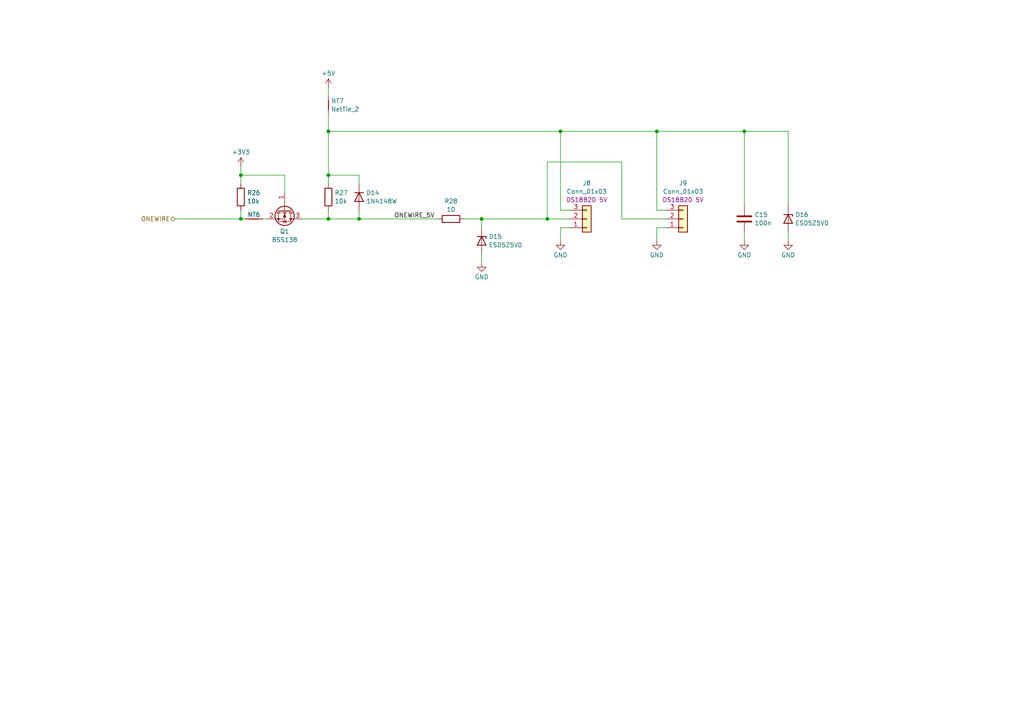
<source format=kicad_sch>
(kicad_sch (version 20230121) (generator eeschema)
  (paper "A4")
  (lib_symbols
    (symbol "Connector_Generic:Conn_01x03" (pin_names (offset 1.016) hide)
      (property "Reference" "J" (at 0 5.08 0))
      (property "Value" "Conn_01x03" (at 0 -5.08 0))
      (symbol "Conn_01x03_1_1"
        (rectangle (start -1.27 -2.413) (end 0 -2.667) (stroke (width 0.1524)))
        (rectangle (start -1.27 0.127) (end 0 -0.127) (stroke (width 0.1524)))
        (rectangle (start -1.27 2.667) (end 0 2.413) (stroke (width 0.1524)))
        (rectangle (start -1.27 3.81) (end 1.27 -3.81) (stroke (width 0.254)) (fill (type background)))
        (pin passive line (at -5.08 2.54 0) (length 3.81) (name "Pin_1") (number "1"))
        (pin passive line (at -5.08 0 0) (length 3.81) (name "Pin_2") (number "2"))
        (pin passive line (at -5.08 -2.54 0) (length 3.81) (name "Pin_3") (number "3"))
      )
    )
    (symbol "Device:C" (pin_numbers hide) (pin_names (offset 0.254))
      (property "Reference" "C" (at 0.635 2.54 0))
      (property "Value" "C" (at 0.635 -2.54 0))
      (symbol "C_0_1"
        (polyline (pts (xy -2.032 -0.762) (xy 2.032 -0.762)) (stroke (width 0.508)))
        (polyline (pts (xy -2.032 0.762) (xy 2.032 0.762)) (stroke (width 0.508)))
      )
      (symbol "C_1_1"
        (pin passive line (at 0 3.81 270) (length 2.794) (name "~") (number "1"))
        (pin passive line (at 0 -3.81 90) (length 2.794) (name "~") (number "2"))
      )
    )
    (symbol "Device:NetTie_2" (pin_numbers hide) (pin_names (offset 0) hide) (in_bom no)
      (property "Reference" "NT" (at 0 1.27 0))
      (property "Value" "NetTie_2" (at 0 -1.27 0))
      (symbol "NetTie_2_0_1"
        (polyline (pts (xy -1.27 0) (xy 1.27 0)) (stroke (width 0.254)))
      )
      (symbol "NetTie_2_1_1"
        (pin passive line (at -2.54 0 0) (length 2.54) (name "1") (number "1"))
        (pin passive line (at 2.54 0 180) (length 2.54) (name "2") (number "2"))
      )
    )
    (symbol "Device:R" (pin_numbers hide) (pin_names (offset 0))
      (property "Reference" "R" (at 2.032 0 90))
      (property "Value" "R" (at 0 0 90))
      (symbol "R_0_1"
        (rectangle (start -1.016 -2.54) (end 1.016 2.54) (stroke (width 0.254)))
      )
      (symbol "R_1_1"
        (pin passive line (at 0 3.81 270) (length 1.27) (name "~") (number "1"))
        (pin passive line (at 0 -3.81 90) (length 1.27) (name "~") (number "2"))
      )
    )
    (symbol "Diode:1N4148W" (pin_numbers hide) (pin_names hide)
      (property "Reference" "D" (at 0 2.54 0))
      (property "Value" "1N4148W" (at 0 -2.54 0))
      (symbol "1N4148W_0_1"
        (polyline (pts (xy -1.27 1.27) (xy -1.27 -1.27)) (stroke (width 0.254)))
        (polyline (pts (xy 1.27 0) (xy -1.27 0)))
        (polyline (pts (xy 1.27 1.27) (xy 1.27 -1.27) (xy -1.27 0) (xy 1.27 1.27)) (stroke (width 0.254)))
      )
      (symbol "1N4148W_1_1"
        (pin passive line (at -3.81 0 0) (length 2.54) (name "K") (number "1"))
        (pin passive line (at 3.81 0 180) (length 2.54) (name "A") (number "2"))
      )
    )
    (symbol "Diode:ESD5Zxx" (pin_numbers hide) (pin_names hide)
      (property "Reference" "D" (at 0 2.54 0))
      (property "Value" "ESD5Zxx" (at 0 -2.54 0))
      (symbol "ESD5Zxx_0_1"
        (polyline (pts (xy 1.27 0) (xy -1.27 0)))
        (polyline (pts (xy -1.27 -1.27) (xy -1.27 1.27) (xy -0.762 1.27)) (stroke (width 0.254)))
        (polyline (pts (xy 1.27 -1.27) (xy 1.27 1.27) (xy -1.27 0) (xy 1.27 -1.27)) (stroke (width 0.254)))
      )
      (symbol "ESD5Zxx_1_1"
        (pin passive line (at -3.81 0 0) (length 2.54) (name "K") (number "1"))
        (pin passive line (at 3.81 0 180) (length 2.54) (name "A") (number "2"))
      )
    )
    (symbol "Transistor_FET:BSS138" (pin_names hide)
      (property "Reference" "Q" (at 5.08 1.905 0))
      (property "Value" "BSS138" (at 5.08 0 0))
      (symbol "BSS138_0_1"
        (polyline (pts (xy 0.254 0) (xy -2.54 0)))
        (polyline (pts (xy 0.254 1.905) (xy 0.254 -1.905)) (stroke (width 0.254)))
        (polyline (pts (xy 0.762 -1.27) (xy 0.762 -2.286)) (stroke (width 0.254)))
        (polyline (pts (xy 0.762 0.508) (xy 0.762 -0.508)) (stroke (width 0.254)))
        (polyline (pts (xy 0.762 2.286) (xy 0.762 1.27)) (stroke (width 0.254)))
        (polyline (pts (xy 2.54 2.54) (xy 2.54 1.778)))
        (polyline (pts (xy 2.54 -2.54) (xy 2.54 0) (xy 0.762 0)))
        (polyline (pts (xy 0.762 -1.778) (xy 3.302 -1.778) (xy 3.302 1.778) (xy 0.762 1.778)))
        (polyline (pts (xy 1.016 0) (xy 2.032 0.381) (xy 2.032 -0.381) (xy 1.016 0)) (fill (type outline)))
        (polyline (pts (xy 2.794 0.508) (xy 2.921 0.381) (xy 3.683 0.381) (xy 3.81 0.254)))
        (polyline (pts (xy 3.302 0.381) (xy 2.921 -0.254) (xy 3.683 -0.254) (xy 3.302 0.381)))
        (circle (center 1.651 0) (radius 2.794) (stroke (width 0.254)))
        (circle (center 2.54 -1.778) (radius 0.254) (fill (type outline)))
        (circle (center 2.54 1.778) (radius 0.254) (fill (type outline)))
      )
      (symbol "BSS138_1_1"
        (pin input line (at -5.08 0 0) (length 2.54) (name "G") (number "1"))
        (pin passive line (at 2.54 -5.08 90) (length 2.54) (name "S") (number "2"))
        (pin passive line (at 2.54 5.08 270) (length 2.54) (name "D") (number "3"))
      )
    )
    (symbol "power:+3V3" (power) (pin_names (offset 0))
      (property "Value" "+3V3" (at 0 3.556 0))
      (symbol "+3V3_0_1"
        (polyline (pts (xy -0.762 1.27) (xy 0 2.54)))
        (polyline (pts (xy 0 0) (xy 0 2.54)))
        (polyline (pts (xy 0 2.54) (xy 0.762 1.27)))
      )
      (symbol "+3V3_1_1"
        (pin power_in line (at 0 0 90) (length 0) hide (name "+3V3") (number "1"))
      )
    )
    (symbol "power:+5V" (power) (pin_names (offset 0))
      (property "Value" "+5V" (at 0 3.556 0))
      (symbol "+5V_0_1"
        (polyline (pts (xy -0.762 1.27) (xy 0 2.54)))
        (polyline (pts (xy 0 0) (xy 0 2.54)))
        (polyline (pts (xy 0 2.54) (xy 0.762 1.27)))
      )
      (symbol "+5V_1_1"
        (pin power_in line (at 0 0 90) (length 0) hide (name "+5V") (number "1"))
      )
    )
    (symbol "power:GND" (power) (pin_names (offset 0))
      (property "Value" "GND" (at 0 -3.81 0))
      (symbol "GND_0_1"
        (polyline (pts (xy 0 0) (xy 0 -1.27) (xy 1.27 -1.27) (xy 0 -2.54) (xy -1.27 -1.27) (xy 0 -1.27)))
      )
      (symbol "GND_1_1"
        (pin power_in line (at 0 0 270) (length 0) hide (name "GND") (number "1"))
      )
    )
  )
  (junction (at 95.25 63.5))
  (junction (at 69.85 50.8))
  (junction (at 95.25 38.1))
  (junction (at 215.9 38.1))
  (junction (at 162.56 38.1))
  (junction (at 104.14 63.5))
  (junction (at 139.7 63.5))
  (junction (at 190.5 38.1))
  (junction (at 158.75 63.5))
  (junction (at 69.85 63.5))
  (junction (at 95.25 50.8))
  (wire (pts (xy 50.8 63.5) (xy 69.85 63.5)))
  (wire (pts (xy 95.25 38.1) (xy 95.25 50.8)))
  (wire (pts (xy 104.14 53.34) (xy 104.14 50.8)))
  (wire (pts (xy 158.75 46.99) (xy 158.75 63.5)))
  (wire (pts (xy 69.85 50.8) (xy 69.85 53.34)))
  (wire (pts (xy 139.7 73.66) (xy 139.7 76.2)))
  (wire (pts (xy 76.2 63.5) (xy 77.47 63.5)))
  (wire (pts (xy 162.56 66.04) (xy 165.1 66.04)))
  (wire (pts (xy 215.9 67.31) (xy 215.9 69.85)))
  (wire (pts (xy 180.34 46.99) (xy 158.75 46.99)))
  (wire (pts (xy 190.5 69.85) (xy 190.5 66.04)))
  (wire (pts (xy 69.85 60.96) (xy 69.85 63.5)))
  (wire (pts (xy 162.56 69.85) (xy 162.56 66.04)))
  (wire (pts (xy 134.62 63.5) (xy 139.7 63.5)))
  (wire (pts (xy 162.56 38.1) (xy 162.56 60.96)))
  (wire (pts (xy 228.6 67.31) (xy 228.6 69.85)))
  (wire (pts (xy 162.56 38.1) (xy 95.25 38.1)))
  (wire (pts (xy 158.75 63.5) (xy 165.1 63.5)))
  (wire (pts (xy 139.7 63.5) (xy 158.75 63.5)))
  (wire (pts (xy 215.9 38.1) (xy 215.9 59.69)))
  (wire (pts (xy 162.56 60.96) (xy 165.1 60.96)))
  (wire (pts (xy 190.5 38.1) (xy 190.5 60.96)))
  (wire (pts (xy 82.55 55.88) (xy 82.55 50.8)))
  (wire (pts (xy 95.25 33.02) (xy 95.25 38.1)))
  (wire (pts (xy 139.7 66.04) (xy 139.7 63.5)))
  (wire (pts (xy 215.9 38.1) (xy 190.5 38.1)))
  (wire (pts (xy 104.14 63.5) (xy 127 63.5)))
  (wire (pts (xy 180.34 63.5) (xy 193.04 63.5)))
  (wire (pts (xy 95.25 63.5) (xy 104.14 63.5)))
  (wire (pts (xy 95.25 50.8) (xy 104.14 50.8)))
  (wire (pts (xy 82.55 50.8) (xy 69.85 50.8)))
  (wire (pts (xy 95.25 25.4) (xy 95.25 27.94)))
  (wire (pts (xy 69.85 63.5) (xy 71.12 63.5)))
  (wire (pts (xy 95.25 60.96) (xy 95.25 63.5)))
  (wire (pts (xy 228.6 38.1) (xy 228.6 59.69)))
  (wire (pts (xy 190.5 38.1) (xy 162.56 38.1)))
  (wire (pts (xy 190.5 60.96) (xy 193.04 60.96)))
  (wire (pts (xy 104.14 60.96) (xy 104.14 63.5)))
  (wire (pts (xy 180.34 63.5) (xy 180.34 46.99)))
  (wire (pts (xy 95.25 63.5) (xy 87.63 63.5)))
  (wire (pts (xy 95.25 50.8) (xy 95.25 53.34)))
  (wire (pts (xy 69.85 48.26) (xy 69.85 50.8)))
  (wire (pts (xy 190.5 66.04) (xy 193.04 66.04)))
  (wire (pts (xy 228.6 38.1) (xy 215.9 38.1)))
  (label "ONEWIRE_5V" (at 114.3 63.5 0))
  (hierarchical_label "ONEWIRE" (shape bidirectional) (at 50.8 63.5 180))
  (symbol (lib_id "Connector_Generic:Conn_01x03") (at 170.18 63.5 0) (mirror x) (unit 1)
    (property "Reference" "J8" (at 170.18 53.1215 0))
    (property "Value" "Conn_01x03" (at 170.18 55.5457 0))
    (property "Footprint" "Connector_Molex:Molex_KK-254_AE-6410-03A_1x03_P2.54mm_Vertical" (effects hide))
    (property "Label" "DS18B20 5V" (at 170.18 57.9699 0))
  )
  (symbol (lib_id "Device:NetTie_2") (at 95.25 30.48 90) (unit 1) (in_bom no)
    (property "Reference" "NT7" (at 96.012 29.2679 90) (effects (justify right)))
    (property "Value" "NetTie_2" (at 96.012 31.6921 90) (effects (justify right)))
    (property "Footprint" "Resistor_SMD:R_1206_3216Metric_Pad1.30x1.75mm_HandSolder" (effects hide))
  )
  (symbol (lib_id "power:GND") (at 190.5 69.85 0) (unit 1)
    (property "Reference" "#PWR063" (effects hide))
    (property "Value" "GND" (at 190.5 73.9831 0))
  )
  (symbol (lib_id "power:GND") (at 215.9 69.85 0) (unit 1)
    (property "Reference" "#PWR064" (effects hide))
    (property "Value" "GND" (at 215.9 73.9831 0))
  )
  (symbol (lib_id "power:+5V") (at 95.25 25.4 0) (unit 1)
    (property "Reference" "#PWR060" (effects hide))
    (property "Value" "+5V" (at 95.25 21.2669 0))
  )
  (symbol (lib_id "Diode:1N4148W") (at 104.14 57.15 270) (unit 1)
    (property "Reference" "D14" (at 106.172 55.9379 90) (effects (justify left)))
    (property "Value" "1N4148W" (at 106.172 58.3621 90) (effects (justify left)))
    (property "Footprint" "Diode_SMD:D_SOD-123" (effects hide))
    (property "Datasheet" "https://www.vishay.com/docs/85748/1n4148w.pdf" (effects hide))
    (property "Sim.Device" "D" (effects hide))
    (property "Sim.Pins" "1=K 2=A" (effects hide))
  )
  (symbol (lib_id "Device:C") (at 215.9 63.5 0) (unit 1)
    (property "Reference" "C15" (at 218.821 62.2879 0) (effects (justify left)))
    (property "Value" "100n" (at 218.821 64.7121 0) (effects (justify left)))
    (property "Footprint" "Capacitor_SMD:C_1206_3216Metric_Pad1.33x1.80mm_HandSolder" (effects hide))
  )
  (symbol (lib_id "Device:NetTie_2") (at 73.66 63.5 0) (unit 1) (in_bom no)
    (property "Reference" "NT6" (at 73.66 62.23 0))
    (property "Value" "NetTie_2" (effects hide))
    (property "Footprint" "Resistor_SMD:R_1206_3216Metric_Pad1.30x1.75mm_HandSolder" (effects hide))
  )
  (symbol (lib_id "Device:R") (at 95.25 57.15 0) (unit 1)
    (property "Reference" "R27" (at 97.028 55.9379 0) (effects (justify left)))
    (property "Value" "10k" (at 97.028 58.3621 0) (effects (justify left)))
    (property "Footprint" "Resistor_SMD:R_1206_3216Metric_Pad1.30x1.75mm_HandSolder" (effects hide))
  )
  (symbol (lib_id "power:GND") (at 162.56 69.85 0) (unit 1)
    (property "Reference" "#PWR062" (effects hide))
    (property "Value" "GND" (at 162.56 73.9831 0))
  )
  (symbol (lib_id "Device:R") (at 69.85 57.15 0) (unit 1)
    (property "Reference" "R26" (at 71.628 55.9379 0) (effects (justify left)))
    (property "Value" "10k" (at 71.628 58.3621 0) (effects (justify left)))
    (property "Footprint" "Resistor_SMD:R_1206_3216Metric_Pad1.30x1.75mm_HandSolder" (effects hide))
  )
  (symbol (lib_id "Diode:ESD5Zxx") (at 139.7 69.85 270) (unit 1)
    (property "Reference" "D15" (at 141.732 68.6379 90) (effects (justify left)))
    (property "Value" "ESD5Z5V0" (at 141.732 71.0621 90) (effects (justify left)))
    (property "Footprint" "Diode_SMD:D_SOD-523" (effects hide))
    (property "Datasheet" "https://www.tme.eu/Document/ce6dc2b16f15e75cb22a06d57779cb3c/esd5z2v5.pdf" (effects hide))
    (property "TME" "https://www.tme.eu/cz/details/esd5z5v0-dio/transil-diody-jednosmerne-smd/diotec-semiconductor/esd5z5v0/" (effects hide))
  )
  (symbol (lib_id "power:GND") (at 139.7 76.2 0) (unit 1)
    (property "Reference" "#PWR061" (effects hide))
    (property "Value" "GND" (at 139.7 80.3331 0))
  )
  (symbol (lib_id "Transistor_FET:BSS138") (at 82.55 60.96 270) (unit 1)
    (property "Reference" "Q1" (at 82.55 67.1251 90))
    (property "Value" "BSS138" (at 82.55 69.5493 90))
    (property "Footprint" "Package_TO_SOT_SMD:SOT-23" (effects hide))
    (property "Datasheet" "https://www.onsemi.com/pub/Collateral/BSS138-D.PDF" (effects hide))
  )
  (symbol (lib_id "power:+3V3") (at 69.85 48.26 0) (unit 1)
    (property "Reference" "#PWR059" (effects hide))
    (property "Value" "+3V3" (at 69.85 44.1269 0))
  )
  (symbol (lib_id "Diode:ESD5Zxx") (at 228.6 63.5 270) (unit 1)
    (property "Reference" "D16" (at 230.632 62.2879 90) (effects (justify left)))
    (property "Value" "ESD5Z5V0" (at 230.632 64.7121 90) (effects (justify left)))
    (property "Footprint" "Diode_SMD:D_SOD-523" (effects hide))
    (property "Datasheet" "https://www.tme.eu/Document/ce6dc2b16f15e75cb22a06d57779cb3c/esd5z2v5.pdf" (effects hide))
    (property "TME" "https://www.tme.eu/cz/details/esd5z5v0-dio/transil-diody-jednosmerne-smd/diotec-semiconductor/esd5z5v0/" (effects hide))
  )
  (symbol (lib_id "Device:R") (at 130.81 63.5 90) (unit 1)
    (property "Reference" "R28" (at 130.81 58.3397 90))
    (property "Value" "10" (at 130.81 60.7639 90))
    (property "Footprint" "Resistor_SMD:R_1206_3216Metric_Pad1.30x1.75mm_HandSolder" (effects hide))
  )
  (symbol (lib_id "Connector_Generic:Conn_01x03") (at 198.12 63.5 0) (mirror x) (unit 1)
    (property "Reference" "J9" (at 198.12 53.1215 0))
    (property "Value" "Conn_01x03" (at 198.12 55.5457 0))
    (property "Footprint" "Connector_Molex:Molex_KK-254_AE-6410-03A_1x03_P2.54mm_Vertical" (effects hide))
    (property "Label" "DS18B20 5V" (at 198.12 57.9699 0))
  )
  (symbol (lib_id "power:GND") (at 228.6 69.85 0) (unit 1)
    (property "Reference" "#PWR065" (effects hide))
    (property "Value" "GND" (at 228.6 73.9831 0))
  )
)
</source>
